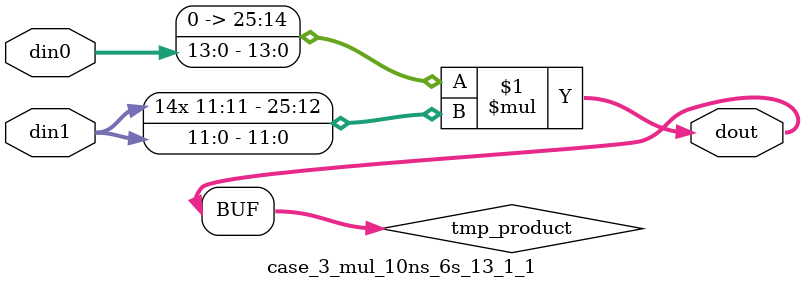
<source format=v>

`timescale 1 ns / 1 ps

 (* use_dsp = "no" *)  module case_3_mul_10ns_6s_13_1_1(din0, din1, dout);
parameter ID = 1;
parameter NUM_STAGE = 0;
parameter din0_WIDTH = 14;
parameter din1_WIDTH = 12;
parameter dout_WIDTH = 26;

input [din0_WIDTH - 1 : 0] din0; 
input [din1_WIDTH - 1 : 0] din1; 
output [dout_WIDTH - 1 : 0] dout;

wire signed [dout_WIDTH - 1 : 0] tmp_product;

























assign tmp_product = $signed({1'b0, din0}) * $signed(din1);










assign dout = tmp_product;





















endmodule

</source>
